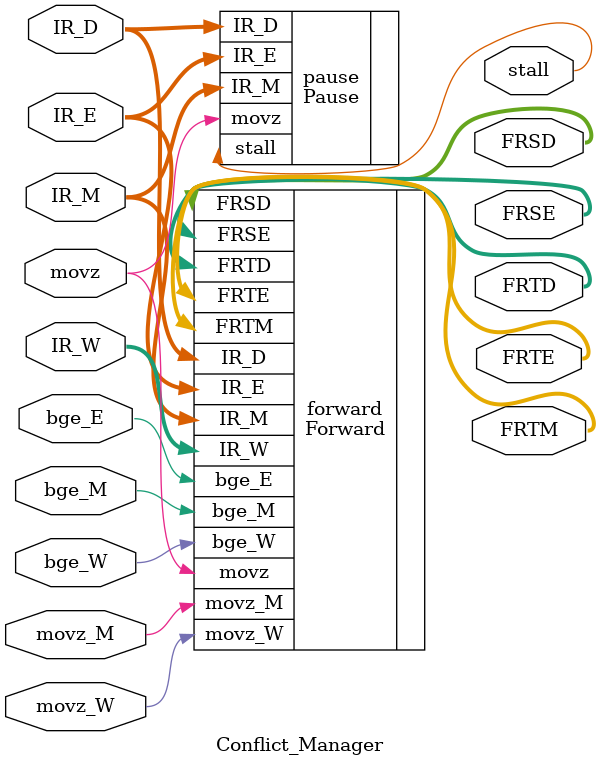
<source format=v>
`timescale 1ns / 1ps
module Conflict_Manager(
    input [31:0] IR_D,
	 input [31:0] IR_E,
	 input [31:0] IR_M,
	 input [31:0] IR_W,
	 input movz,
	 input movz_M,
	 input movz_W,
	 input bge_E,
	 input bge_M,
	 input bge_W,
	 output [2:0] FRSD,
	 output [2:0] FRTD,
	 output [2:0] FRSE,
	 output [2:0] FRTE,
	 output [1:0] FRTM,
	 output stall
	 );
	 
	 Forward forward(
			.IR_D(IR_D),
			.IR_E(IR_E),
			.IR_M(IR_M),
			.IR_W(IR_W),
			.movz(movz),
			.movz_M(movz_M),
			.movz_W(movz_W),
			.bge_E(bge_E),
			.bge_M(bge_M),
			.bge_W(bge_W),
			.FRSD(FRSD),
			.FRTD(FRTD),
			.FRSE(FRSE),
			.FRTE(FRTE),
			.FRTM(FRTM)
			);
	 Pause pause(
			.IR_D(IR_D),
			.IR_E(IR_E),
			.IR_M(IR_M),
			.movz(movz),
			.stall(stall)
			);


endmodule

</source>
